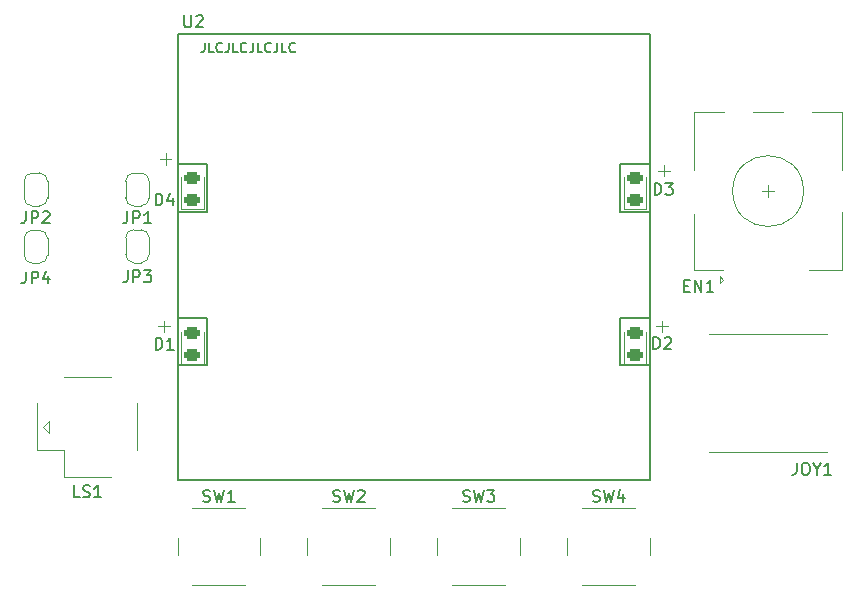
<source format=gbr>
%TF.GenerationSoftware,KiCad,Pcbnew,5.99.0-unknown-71ab42e60~106~ubuntu18.04.1*%
%TF.CreationDate,2021-01-06T07:49:34+01:00*%
%TF.ProjectId,tosta,746f7374-612e-46b6-9963-61645f706362,A*%
%TF.SameCoordinates,Original*%
%TF.FileFunction,Legend,Top*%
%TF.FilePolarity,Positive*%
%FSLAX46Y46*%
G04 Gerber Fmt 4.6, Leading zero omitted, Abs format (unit mm)*
G04 Created by KiCad (PCBNEW 5.99.0-unknown-71ab42e60~106~ubuntu18.04.1) date 2021-01-06 07:49:34*
%MOMM*%
%LPD*%
G01*
G04 APERTURE LIST*
G04 Aperture macros list*
%AMRoundRect*
0 Rectangle with rounded corners*
0 $1 Rounding radius*
0 $2 $3 $4 $5 $6 $7 $8 $9 X,Y pos of 4 corners*
0 Add a 4 corners polygon primitive as box body*
4,1,4,$2,$3,$4,$5,$6,$7,$8,$9,$2,$3,0*
0 Add four circle primitives for the rounded corners*
1,1,$1+$1,$2,$3,0*
1,1,$1+$1,$4,$5,0*
1,1,$1+$1,$6,$7,0*
1,1,$1+$1,$8,$9,0*
0 Add four rect primitives between the rounded corners*
20,1,$1+$1,$2,$3,$4,$5,0*
20,1,$1+$1,$4,$5,$6,$7,0*
20,1,$1+$1,$6,$7,$8,$9,0*
20,1,$1+$1,$8,$9,$2,$3,0*%
G04 Aperture macros list end*
%ADD10C,0.120000*%
%ADD11C,0.150000*%
%ADD12R,0.600000X3.000000*%
%ADD13RoundRect,0.243750X0.456250X-0.243750X0.456250X0.243750X-0.456250X0.243750X-0.456250X-0.243750X0*%
%ADD14C,2.000000*%
%ADD15R,2.000000X2.000000*%
%ADD16R,2.500000X3.000000*%
%ADD17O,5.000000X3.200000*%
%ADD18C,1.800000*%
%ADD19R,1.727200X1.727200*%
%ADD20O,1.727200X1.727200*%
%ADD21R,1.700000X1.700000*%
%ADD22O,1.700000X1.700000*%
G04 APERTURE END LIST*
D10*
X103160000Y-61460000D02*
X104160000Y-61460000D01*
X61360000Y-74160000D02*
X61360000Y-75160000D01*
X102960000Y-74660000D02*
X103960000Y-74660000D01*
X103460000Y-74160000D02*
X103460000Y-75160000D01*
X103660000Y-60960000D02*
X103660000Y-61960000D01*
X60860000Y-74660000D02*
X61860000Y-74660000D01*
X60960000Y-60460000D02*
X61960000Y-60460000D01*
X61460000Y-59960000D02*
X61460000Y-60960000D01*
D11*
X64764761Y-50621904D02*
X64764761Y-51193333D01*
X64726666Y-51307619D01*
X64650476Y-51383809D01*
X64536190Y-51421904D01*
X64460000Y-51421904D01*
X65526666Y-51421904D02*
X65145714Y-51421904D01*
X65145714Y-50621904D01*
X66250476Y-51345714D02*
X66212380Y-51383809D01*
X66098095Y-51421904D01*
X66021904Y-51421904D01*
X65907619Y-51383809D01*
X65831428Y-51307619D01*
X65793333Y-51231428D01*
X65755238Y-51079047D01*
X65755238Y-50964761D01*
X65793333Y-50812380D01*
X65831428Y-50736190D01*
X65907619Y-50660000D01*
X66021904Y-50621904D01*
X66098095Y-50621904D01*
X66212380Y-50660000D01*
X66250476Y-50698095D01*
X66821904Y-50621904D02*
X66821904Y-51193333D01*
X66783809Y-51307619D01*
X66707619Y-51383809D01*
X66593333Y-51421904D01*
X66517142Y-51421904D01*
X67583809Y-51421904D02*
X67202857Y-51421904D01*
X67202857Y-50621904D01*
X68307619Y-51345714D02*
X68269523Y-51383809D01*
X68155238Y-51421904D01*
X68079047Y-51421904D01*
X67964761Y-51383809D01*
X67888571Y-51307619D01*
X67850476Y-51231428D01*
X67812380Y-51079047D01*
X67812380Y-50964761D01*
X67850476Y-50812380D01*
X67888571Y-50736190D01*
X67964761Y-50660000D01*
X68079047Y-50621904D01*
X68155238Y-50621904D01*
X68269523Y-50660000D01*
X68307619Y-50698095D01*
X68879047Y-50621904D02*
X68879047Y-51193333D01*
X68840952Y-51307619D01*
X68764761Y-51383809D01*
X68650476Y-51421904D01*
X68574285Y-51421904D01*
X69640952Y-51421904D02*
X69260000Y-51421904D01*
X69260000Y-50621904D01*
X70364761Y-51345714D02*
X70326666Y-51383809D01*
X70212380Y-51421904D01*
X70136190Y-51421904D01*
X70021904Y-51383809D01*
X69945714Y-51307619D01*
X69907619Y-51231428D01*
X69869523Y-51079047D01*
X69869523Y-50964761D01*
X69907619Y-50812380D01*
X69945714Y-50736190D01*
X70021904Y-50660000D01*
X70136190Y-50621904D01*
X70212380Y-50621904D01*
X70326666Y-50660000D01*
X70364761Y-50698095D01*
X70936190Y-50621904D02*
X70936190Y-51193333D01*
X70898095Y-51307619D01*
X70821904Y-51383809D01*
X70707619Y-51421904D01*
X70631428Y-51421904D01*
X71698095Y-51421904D02*
X71317142Y-51421904D01*
X71317142Y-50621904D01*
X72421904Y-51345714D02*
X72383809Y-51383809D01*
X72269523Y-51421904D01*
X72193333Y-51421904D01*
X72079047Y-51383809D01*
X72002857Y-51307619D01*
X71964761Y-51231428D01*
X71926666Y-51079047D01*
X71926666Y-50964761D01*
X71964761Y-50812380D01*
X72002857Y-50736190D01*
X72079047Y-50660000D01*
X72193333Y-50621904D01*
X72269523Y-50621904D01*
X72383809Y-50660000D01*
X72421904Y-50698095D01*
X63048095Y-48312380D02*
X63048095Y-49121904D01*
X63095714Y-49217142D01*
X63143333Y-49264761D01*
X63238571Y-49312380D01*
X63429047Y-49312380D01*
X63524285Y-49264761D01*
X63571904Y-49217142D01*
X63619523Y-49121904D01*
X63619523Y-48312380D01*
X64048095Y-48407619D02*
X64095714Y-48360000D01*
X64190952Y-48312380D01*
X64429047Y-48312380D01*
X64524285Y-48360000D01*
X64571904Y-48407619D01*
X64619523Y-48502857D01*
X64619523Y-48598095D01*
X64571904Y-48740952D01*
X64000476Y-49312380D01*
X64619523Y-49312380D01*
X102871904Y-63512380D02*
X102871904Y-62512380D01*
X103110000Y-62512380D01*
X103252857Y-62560000D01*
X103348095Y-62655238D01*
X103395714Y-62750476D01*
X103443333Y-62940952D01*
X103443333Y-63083809D01*
X103395714Y-63274285D01*
X103348095Y-63369523D01*
X103252857Y-63464761D01*
X103110000Y-63512380D01*
X102871904Y-63512380D01*
X103776666Y-62512380D02*
X104395714Y-62512380D01*
X104062380Y-62893333D01*
X104205238Y-62893333D01*
X104300476Y-62940952D01*
X104348095Y-62988571D01*
X104395714Y-63083809D01*
X104395714Y-63321904D01*
X104348095Y-63417142D01*
X104300476Y-63464761D01*
X104205238Y-63512380D01*
X103919523Y-63512380D01*
X103824285Y-63464761D01*
X103776666Y-63417142D01*
X102771904Y-76562380D02*
X102771904Y-75562380D01*
X103010000Y-75562380D01*
X103152857Y-75610000D01*
X103248095Y-75705238D01*
X103295714Y-75800476D01*
X103343333Y-75990952D01*
X103343333Y-76133809D01*
X103295714Y-76324285D01*
X103248095Y-76419523D01*
X103152857Y-76514761D01*
X103010000Y-76562380D01*
X102771904Y-76562380D01*
X103724285Y-75657619D02*
X103771904Y-75610000D01*
X103867142Y-75562380D01*
X104105238Y-75562380D01*
X104200476Y-75610000D01*
X104248095Y-75657619D01*
X104295714Y-75752857D01*
X104295714Y-75848095D01*
X104248095Y-75990952D01*
X103676666Y-76562380D01*
X104295714Y-76562380D01*
X60621904Y-76612380D02*
X60621904Y-75612380D01*
X60860000Y-75612380D01*
X61002857Y-75660000D01*
X61098095Y-75755238D01*
X61145714Y-75850476D01*
X61193333Y-76040952D01*
X61193333Y-76183809D01*
X61145714Y-76374285D01*
X61098095Y-76469523D01*
X61002857Y-76564761D01*
X60860000Y-76612380D01*
X60621904Y-76612380D01*
X62145714Y-76612380D02*
X61574285Y-76612380D01*
X61860000Y-76612380D02*
X61860000Y-75612380D01*
X61764761Y-75755238D01*
X61669523Y-75850476D01*
X61574285Y-75898095D01*
X60621904Y-64412380D02*
X60621904Y-63412380D01*
X60860000Y-63412380D01*
X61002857Y-63460000D01*
X61098095Y-63555238D01*
X61145714Y-63650476D01*
X61193333Y-63840952D01*
X61193333Y-63983809D01*
X61145714Y-64174285D01*
X61098095Y-64269523D01*
X61002857Y-64364761D01*
X60860000Y-64412380D01*
X60621904Y-64412380D01*
X62050476Y-63745714D02*
X62050476Y-64412380D01*
X61812380Y-63364761D02*
X61574285Y-64079047D01*
X62193333Y-64079047D01*
X64640530Y-89454761D02*
X64783387Y-89502380D01*
X65021483Y-89502380D01*
X65116721Y-89454761D01*
X65164340Y-89407142D01*
X65211959Y-89311904D01*
X65211959Y-89216666D01*
X65164340Y-89121428D01*
X65116721Y-89073809D01*
X65021483Y-89026190D01*
X64831006Y-88978571D01*
X64735768Y-88930952D01*
X64688149Y-88883333D01*
X64640530Y-88788095D01*
X64640530Y-88692857D01*
X64688149Y-88597619D01*
X64735768Y-88550000D01*
X64831006Y-88502380D01*
X65069102Y-88502380D01*
X65211959Y-88550000D01*
X65545292Y-88502380D02*
X65783387Y-89502380D01*
X65973864Y-88788095D01*
X66164340Y-89502380D01*
X66402435Y-88502380D01*
X67307197Y-89502380D02*
X66735768Y-89502380D01*
X67021483Y-89502380D02*
X67021483Y-88502380D01*
X66926244Y-88645238D01*
X66831006Y-88740476D01*
X66735768Y-88788095D01*
X86640530Y-89454761D02*
X86783387Y-89502380D01*
X87021483Y-89502380D01*
X87116721Y-89454761D01*
X87164340Y-89407142D01*
X87211959Y-89311904D01*
X87211959Y-89216666D01*
X87164340Y-89121428D01*
X87116721Y-89073809D01*
X87021483Y-89026190D01*
X86831006Y-88978571D01*
X86735768Y-88930952D01*
X86688149Y-88883333D01*
X86640530Y-88788095D01*
X86640530Y-88692857D01*
X86688149Y-88597619D01*
X86735768Y-88550000D01*
X86831006Y-88502380D01*
X87069102Y-88502380D01*
X87211959Y-88550000D01*
X87545292Y-88502380D02*
X87783387Y-89502380D01*
X87973864Y-88788095D01*
X88164340Y-89502380D01*
X88402435Y-88502380D01*
X88688149Y-88502380D02*
X89307197Y-88502380D01*
X88973864Y-88883333D01*
X89116721Y-88883333D01*
X89211959Y-88930952D01*
X89259578Y-88978571D01*
X89307197Y-89073809D01*
X89307197Y-89311904D01*
X89259578Y-89407142D01*
X89211959Y-89454761D01*
X89116721Y-89502380D01*
X88831006Y-89502380D01*
X88735768Y-89454761D01*
X88688149Y-89407142D01*
X97640530Y-89454761D02*
X97783387Y-89502380D01*
X98021483Y-89502380D01*
X98116721Y-89454761D01*
X98164340Y-89407142D01*
X98211959Y-89311904D01*
X98211959Y-89216666D01*
X98164340Y-89121428D01*
X98116721Y-89073809D01*
X98021483Y-89026190D01*
X97831006Y-88978571D01*
X97735768Y-88930952D01*
X97688149Y-88883333D01*
X97640530Y-88788095D01*
X97640530Y-88692857D01*
X97688149Y-88597619D01*
X97735768Y-88550000D01*
X97831006Y-88502380D01*
X98069102Y-88502380D01*
X98211959Y-88550000D01*
X98545292Y-88502380D02*
X98783387Y-89502380D01*
X98973864Y-88788095D01*
X99164340Y-89502380D01*
X99402435Y-88502380D01*
X100211959Y-88835714D02*
X100211959Y-89502380D01*
X99973864Y-88454761D02*
X99735768Y-89169047D01*
X100354816Y-89169047D01*
X75640530Y-89454761D02*
X75783387Y-89502380D01*
X76021483Y-89502380D01*
X76116721Y-89454761D01*
X76164340Y-89407142D01*
X76211959Y-89311904D01*
X76211959Y-89216666D01*
X76164340Y-89121428D01*
X76116721Y-89073809D01*
X76021483Y-89026190D01*
X75831006Y-88978571D01*
X75735768Y-88930952D01*
X75688149Y-88883333D01*
X75640530Y-88788095D01*
X75640530Y-88692857D01*
X75688149Y-88597619D01*
X75735768Y-88550000D01*
X75831006Y-88502380D01*
X76069102Y-88502380D01*
X76211959Y-88550000D01*
X76545292Y-88502380D02*
X76783387Y-89502380D01*
X76973864Y-88788095D01*
X77164340Y-89502380D01*
X77402435Y-88502380D01*
X77735768Y-88597619D02*
X77783387Y-88550000D01*
X77878625Y-88502380D01*
X78116721Y-88502380D01*
X78211959Y-88550000D01*
X78259578Y-88597619D01*
X78307197Y-88692857D01*
X78307197Y-88788095D01*
X78259578Y-88930952D01*
X77688149Y-89502380D01*
X78307197Y-89502380D01*
X105359578Y-71200673D02*
X105692911Y-71200673D01*
X105835768Y-71724482D02*
X105359578Y-71724482D01*
X105359578Y-70724482D01*
X105835768Y-70724482D01*
X106264340Y-71724482D02*
X106264340Y-70724482D01*
X106835768Y-71724482D01*
X106835768Y-70724482D01*
X107835768Y-71724482D02*
X107264340Y-71724482D01*
X107550054Y-71724482D02*
X107550054Y-70724482D01*
X107454816Y-70867340D01*
X107359578Y-70962578D01*
X107264340Y-71010197D01*
X54181006Y-89112380D02*
X53704816Y-89112380D01*
X53704816Y-88112380D01*
X54466721Y-89064761D02*
X54609578Y-89112380D01*
X54847673Y-89112380D01*
X54942911Y-89064761D01*
X54990530Y-89017142D01*
X55038149Y-88921904D01*
X55038149Y-88826666D01*
X54990530Y-88731428D01*
X54942911Y-88683809D01*
X54847673Y-88636190D01*
X54657197Y-88588571D01*
X54561959Y-88540952D01*
X54514340Y-88493333D01*
X54466721Y-88398095D01*
X54466721Y-88302857D01*
X54514340Y-88207619D01*
X54561959Y-88160000D01*
X54657197Y-88112380D01*
X54895292Y-88112380D01*
X55038149Y-88160000D01*
X55990530Y-89112380D02*
X55419102Y-89112380D01*
X55704816Y-89112380D02*
X55704816Y-88112380D01*
X55609578Y-88255238D01*
X55514340Y-88350476D01*
X55419102Y-88398095D01*
X58230530Y-64912380D02*
X58230530Y-65626666D01*
X58182911Y-65769523D01*
X58087673Y-65864761D01*
X57944816Y-65912380D01*
X57849578Y-65912380D01*
X58706721Y-65912380D02*
X58706721Y-64912380D01*
X59087673Y-64912380D01*
X59182911Y-64960000D01*
X59230530Y-65007619D01*
X59278149Y-65102857D01*
X59278149Y-65245714D01*
X59230530Y-65340952D01*
X59182911Y-65388571D01*
X59087673Y-65436190D01*
X58706721Y-65436190D01*
X60230530Y-65912380D02*
X59659102Y-65912380D01*
X59944816Y-65912380D02*
X59944816Y-64912380D01*
X59849578Y-65055238D01*
X59754340Y-65150476D01*
X59659102Y-65198095D01*
X114888149Y-86212380D02*
X114888149Y-86926666D01*
X114840530Y-87069523D01*
X114745292Y-87164761D01*
X114602435Y-87212380D01*
X114507197Y-87212380D01*
X115554816Y-86212380D02*
X115745292Y-86212380D01*
X115840530Y-86260000D01*
X115935768Y-86355238D01*
X115983387Y-86545714D01*
X115983387Y-86879047D01*
X115935768Y-87069523D01*
X115840530Y-87164761D01*
X115745292Y-87212380D01*
X115554816Y-87212380D01*
X115459578Y-87164761D01*
X115364340Y-87069523D01*
X115316721Y-86879047D01*
X115316721Y-86545714D01*
X115364340Y-86355238D01*
X115459578Y-86260000D01*
X115554816Y-86212380D01*
X116602435Y-86736190D02*
X116602435Y-87212380D01*
X116269102Y-86212380D02*
X116602435Y-86736190D01*
X116935768Y-86212380D01*
X117792911Y-87212380D02*
X117221483Y-87212380D01*
X117507197Y-87212380D02*
X117507197Y-86212380D01*
X117411959Y-86355238D01*
X117316721Y-86450476D01*
X117221483Y-86498095D01*
X58240530Y-69912380D02*
X58240530Y-70626666D01*
X58192911Y-70769523D01*
X58097673Y-70864761D01*
X57954816Y-70912380D01*
X57859578Y-70912380D01*
X58716721Y-70912380D02*
X58716721Y-69912380D01*
X59097673Y-69912380D01*
X59192911Y-69960000D01*
X59240530Y-70007619D01*
X59288149Y-70102857D01*
X59288149Y-70245714D01*
X59240530Y-70340952D01*
X59192911Y-70388571D01*
X59097673Y-70436190D01*
X58716721Y-70436190D01*
X59621483Y-69912380D02*
X60240530Y-69912380D01*
X59907197Y-70293333D01*
X60050054Y-70293333D01*
X60145292Y-70340952D01*
X60192911Y-70388571D01*
X60240530Y-70483809D01*
X60240530Y-70721904D01*
X60192911Y-70817142D01*
X60145292Y-70864761D01*
X60050054Y-70912380D01*
X59764340Y-70912380D01*
X59669102Y-70864761D01*
X59621483Y-70817142D01*
X49640530Y-64912380D02*
X49640530Y-65626666D01*
X49592911Y-65769523D01*
X49497673Y-65864761D01*
X49354816Y-65912380D01*
X49259578Y-65912380D01*
X50116721Y-65912380D02*
X50116721Y-64912380D01*
X50497673Y-64912380D01*
X50592911Y-64960000D01*
X50640530Y-65007619D01*
X50688149Y-65102857D01*
X50688149Y-65245714D01*
X50640530Y-65340952D01*
X50592911Y-65388571D01*
X50497673Y-65436190D01*
X50116721Y-65436190D01*
X51069102Y-65007619D02*
X51116721Y-64960000D01*
X51211959Y-64912380D01*
X51450054Y-64912380D01*
X51545292Y-64960000D01*
X51592911Y-65007619D01*
X51640530Y-65102857D01*
X51640530Y-65198095D01*
X51592911Y-65340952D01*
X51021483Y-65912380D01*
X51640530Y-65912380D01*
X49640530Y-70012380D02*
X49640530Y-70726666D01*
X49592911Y-70869523D01*
X49497673Y-70964761D01*
X49354816Y-71012380D01*
X49259578Y-71012380D01*
X50116721Y-71012380D02*
X50116721Y-70012380D01*
X50497673Y-70012380D01*
X50592911Y-70060000D01*
X50640530Y-70107619D01*
X50688149Y-70202857D01*
X50688149Y-70345714D01*
X50640530Y-70440952D01*
X50592911Y-70488571D01*
X50497673Y-70536190D01*
X50116721Y-70536190D01*
X51545292Y-70345714D02*
X51545292Y-71012380D01*
X51307197Y-69964761D02*
X51069102Y-70679047D01*
X51688149Y-70679047D01*
X64973864Y-77940000D02*
X62473864Y-77940000D01*
X99973864Y-73940000D02*
X99973864Y-77940000D01*
X62473864Y-49940000D02*
X102473864Y-49940000D01*
X62473864Y-60940000D02*
X64973864Y-60940000D01*
X64973864Y-60940000D02*
X64973864Y-64940000D01*
X62473864Y-49940000D02*
X62473864Y-87690000D01*
X99973864Y-77940000D02*
X102473864Y-77940000D01*
X102473864Y-73940000D02*
X99973864Y-73940000D01*
X99973864Y-60940000D02*
X99973864Y-64940000D01*
X102473864Y-49940000D02*
X102473864Y-87690000D01*
X102473864Y-60940000D02*
X99973864Y-60940000D01*
X64973864Y-64940000D02*
X62473864Y-64940000D01*
X64973864Y-73940000D02*
X64973864Y-77940000D01*
X102473864Y-87690000D02*
X62473864Y-87690000D01*
X62473864Y-73940000D02*
X64973864Y-73940000D01*
X99973864Y-64940000D02*
X102473864Y-64940000D01*
D10*
X102173864Y-64714500D02*
X102173864Y-62029500D01*
X100253864Y-62029500D02*
X100253864Y-64714500D01*
X100253864Y-64714500D02*
X102173864Y-64714500D01*
X100253864Y-75129500D02*
X100253864Y-77814500D01*
X100253864Y-77814500D02*
X102173864Y-77814500D01*
X102173864Y-77814500D02*
X102173864Y-75129500D01*
X62753864Y-77814500D02*
X64673864Y-77814500D01*
X64673864Y-77814500D02*
X64673864Y-75129500D01*
X62753864Y-75129500D02*
X62753864Y-77814500D01*
X62753864Y-64714500D02*
X64673864Y-64714500D01*
X64673864Y-64714500D02*
X64673864Y-62029500D01*
X62753864Y-62029500D02*
X62753864Y-64714500D01*
X62473864Y-92550000D02*
X62473864Y-94050000D01*
X63723864Y-96550000D02*
X68223864Y-96550000D01*
X69473864Y-94050000D02*
X69473864Y-92550000D01*
X68223864Y-90050000D02*
X63723864Y-90050000D01*
X85723864Y-96550000D02*
X90223864Y-96550000D01*
X91473864Y-94050000D02*
X91473864Y-92550000D01*
X84473864Y-92550000D02*
X84473864Y-94050000D01*
X90223864Y-90050000D02*
X85723864Y-90050000D01*
X102473864Y-94050000D02*
X102473864Y-92550000D01*
X101223864Y-90050000D02*
X96723864Y-90050000D01*
X96723864Y-96550000D02*
X101223864Y-96550000D01*
X95473864Y-92550000D02*
X95473864Y-94050000D01*
X80473864Y-94050000D02*
X80473864Y-92550000D01*
X73473864Y-92550000D02*
X73473864Y-94050000D01*
X79223864Y-90050000D02*
X74723864Y-90050000D01*
X74723864Y-96550000D02*
X79223864Y-96550000D01*
X116173864Y-56502102D02*
X118773864Y-56502102D01*
X118773864Y-65002102D02*
X118773864Y-69902102D01*
X106173864Y-61402102D02*
X106173864Y-56502102D01*
X112473864Y-63702102D02*
X112473864Y-62702102D01*
X108373864Y-71002102D02*
X108373864Y-70402102D01*
X118773864Y-56502102D02*
X118773864Y-61402102D01*
X111173864Y-56502102D02*
X113773864Y-56502102D01*
X118773864Y-69902102D02*
X115973864Y-69902102D01*
X106173864Y-56502102D02*
X108773864Y-56502102D01*
X111973864Y-63202102D02*
X112973864Y-63202102D01*
X106173864Y-69902102D02*
X108673864Y-69902102D01*
X106173864Y-65102102D02*
X106173864Y-69902102D01*
X108373864Y-70402102D02*
X108673864Y-70702102D01*
X108673864Y-70702102D02*
X108373864Y-71002102D01*
X115473864Y-63202102D02*
G75*
G03*
X115473864Y-63202102I-3000000J0D01*
G01*
X52823864Y-78910000D02*
X56823864Y-78910000D01*
X51073864Y-83160000D02*
X51573864Y-82660000D01*
X51573864Y-82660000D02*
X51573864Y-83660000D01*
X50573864Y-85160000D02*
X50573864Y-81160000D01*
X52823864Y-85160000D02*
X52823864Y-87410000D01*
X51573864Y-83660000D02*
X51073864Y-83160000D01*
X59073864Y-81160000D02*
X59073864Y-85160000D01*
X56823864Y-87410000D02*
X52823864Y-87410000D01*
X50573864Y-85160000D02*
X52823864Y-85160000D01*
X58773864Y-61660000D02*
X59373864Y-61660000D01*
X60073864Y-62360000D02*
X60073864Y-63760000D01*
X59373864Y-64460000D02*
X58773864Y-64460000D01*
X58073864Y-63760000D02*
X58073864Y-62360000D01*
X58773864Y-64460000D02*
G75*
G02*
X58073864Y-63760000I0J700000D01*
G01*
X59373864Y-61660000D02*
G75*
G02*
X60073864Y-62360000I0J-700000D01*
G01*
X58073864Y-62360000D02*
G75*
G02*
X58773864Y-61660000I700000J0D01*
G01*
X60073864Y-63760000D02*
G75*
G02*
X59373864Y-64460000I-700000J0D01*
G01*
X107473864Y-85260000D02*
X117473864Y-85260000D01*
X107473864Y-75260000D02*
X117473864Y-75260000D01*
X58773864Y-66460000D02*
X59373864Y-66460000D01*
X60073864Y-67160000D02*
X60073864Y-68560000D01*
X58073864Y-68560000D02*
X58073864Y-67160000D01*
X59373864Y-69260000D02*
X58773864Y-69260000D01*
X59373864Y-66460000D02*
G75*
G02*
X60073864Y-67160000I0J-700000D01*
G01*
X60073864Y-68560000D02*
G75*
G02*
X59373864Y-69260000I-700000J0D01*
G01*
X58073864Y-67160000D02*
G75*
G02*
X58773864Y-66460000I700000J0D01*
G01*
X58773864Y-69260000D02*
G75*
G02*
X58073864Y-68560000I0J700000D01*
G01*
X50173864Y-61660000D02*
X50773864Y-61660000D01*
X49473864Y-63760000D02*
X49473864Y-62360000D01*
X50773864Y-64460000D02*
X50173864Y-64460000D01*
X51473864Y-62360000D02*
X51473864Y-63760000D01*
X50173864Y-64460000D02*
G75*
G02*
X49473864Y-63760000I0J700000D01*
G01*
X50773864Y-61660000D02*
G75*
G02*
X51473864Y-62360000I0J-700000D01*
G01*
X49473864Y-62360000D02*
G75*
G02*
X50173864Y-61660000I700000J0D01*
G01*
X51473864Y-63760000D02*
G75*
G02*
X50773864Y-64460000I-700000J0D01*
G01*
X51473864Y-67210000D02*
X51473864Y-68610000D01*
X49473864Y-68610000D02*
X49473864Y-67210000D01*
X50173864Y-66510000D02*
X50773864Y-66510000D01*
X50773864Y-69310000D02*
X50173864Y-69310000D01*
X50773864Y-66510000D02*
G75*
G02*
X51473864Y-67210000I0J-700000D01*
G01*
X49473864Y-67210000D02*
G75*
G02*
X50173864Y-66510000I700000J0D01*
G01*
X51473864Y-68610000D02*
G75*
G02*
X50773864Y-69310000I-700000J0D01*
G01*
X50173864Y-69310000D02*
G75*
G02*
X49473864Y-68610000I0J700000D01*
G01*
%LPC*%
D12*
X78473864Y-52440000D03*
X79473864Y-52440000D03*
X80473864Y-52440000D03*
X81473864Y-52440000D03*
X82473864Y-52440000D03*
X83473864Y-52440000D03*
X84473864Y-52440000D03*
X85473864Y-52440000D03*
X86473864Y-52440000D03*
D13*
X101213864Y-63967000D03*
X101213864Y-62092000D03*
X101213864Y-77067000D03*
X101213864Y-75192000D03*
X63713864Y-77067000D03*
X63713864Y-75192000D03*
X63713864Y-63967000D03*
X63713864Y-62092000D03*
D14*
X69223864Y-91050000D03*
X62723864Y-91050000D03*
X69223864Y-95550000D03*
X62723864Y-95550000D03*
X91223864Y-91050000D03*
X84723864Y-91050000D03*
X91223864Y-95550000D03*
X84723864Y-95550000D03*
X102223864Y-91050000D03*
X95723864Y-91050000D03*
X102223864Y-95550000D03*
X95723864Y-95550000D03*
X80223864Y-91050000D03*
X73723864Y-91050000D03*
X80223864Y-95550000D03*
X73723864Y-95550000D03*
D15*
X109973864Y-70702102D03*
D14*
X114973864Y-70702102D03*
X112473864Y-70702102D03*
D16*
X106873864Y-63202102D03*
X118073864Y-63202102D03*
D14*
X109973864Y-56202102D03*
X114973864Y-56202102D03*
D15*
X51323864Y-86660000D03*
X51323864Y-79660000D03*
X58323864Y-86660000D03*
X58323864Y-79660000D03*
D17*
X116040000Y-94450000D03*
G36*
X59823864Y-63210001D02*
G01*
X59823864Y-63710000D01*
X59818897Y-63710000D01*
X59817432Y-63789941D01*
X59775157Y-63925256D01*
X59696602Y-64043266D01*
X59588083Y-64134486D01*
X59458323Y-64191581D01*
X59323863Y-64209164D01*
X59323863Y-64210000D01*
X58823864Y-64210000D01*
X58823864Y-64209164D01*
X58817755Y-64209963D01*
X58677678Y-64188152D01*
X58549353Y-64127903D01*
X58443095Y-64034059D01*
X58367447Y-63914164D01*
X58328490Y-63777857D01*
X58328905Y-63710000D01*
X58323864Y-63710000D01*
X58323864Y-63210000D01*
X59823864Y-63210001D01*
G37*
G36*
X58328905Y-62410000D02*
G01*
X58329356Y-62336095D01*
X58369975Y-62200274D01*
X58447082Y-62081312D01*
X58554479Y-61988774D01*
X58683532Y-61930097D01*
X58823865Y-61910000D01*
X59323864Y-61910000D01*
X59336080Y-61910149D01*
X59475881Y-61933669D01*
X59603460Y-61995482D01*
X59708564Y-62090617D01*
X59782741Y-62211427D01*
X59820030Y-62348200D01*
X59818897Y-62410000D01*
X59823864Y-62410000D01*
X59823864Y-62910000D01*
X58323864Y-62909999D01*
X58323864Y-62410000D01*
X58328905Y-62410000D01*
G37*
D14*
X107323864Y-77010000D03*
D18*
X107323864Y-80710000D03*
D14*
X117623864Y-77010000D03*
X107323864Y-83510000D03*
D18*
X117623864Y-80710000D03*
D14*
X117623864Y-83510000D03*
G36*
X59823864Y-68010001D02*
G01*
X59823864Y-68510000D01*
X59818897Y-68510000D01*
X59817432Y-68589941D01*
X59775157Y-68725256D01*
X59696602Y-68843266D01*
X59588083Y-68934486D01*
X59458323Y-68991581D01*
X59323863Y-69009164D01*
X59323863Y-69010000D01*
X58823864Y-69010000D01*
X58823864Y-69009164D01*
X58817755Y-69009963D01*
X58677678Y-68988152D01*
X58549353Y-68927903D01*
X58443095Y-68834059D01*
X58367447Y-68714164D01*
X58328490Y-68577857D01*
X58328905Y-68510000D01*
X58323864Y-68510000D01*
X58323864Y-68010000D01*
X59823864Y-68010001D01*
G37*
G36*
X58328905Y-67210000D02*
G01*
X58329356Y-67136095D01*
X58369975Y-67000274D01*
X58447082Y-66881312D01*
X58554479Y-66788774D01*
X58683532Y-66730097D01*
X58823865Y-66710000D01*
X59323864Y-66710000D01*
X59336080Y-66710149D01*
X59475881Y-66733669D01*
X59603460Y-66795482D01*
X59708564Y-66890617D01*
X59782741Y-67011427D01*
X59820030Y-67148200D01*
X59818897Y-67210000D01*
X59823864Y-67210000D01*
X59823864Y-67710000D01*
X58323864Y-67709999D01*
X58323864Y-67210000D01*
X58328905Y-67210000D01*
G37*
D17*
X116040000Y-51270000D03*
G36*
X51223864Y-63210001D02*
G01*
X51223864Y-63710000D01*
X51218897Y-63710000D01*
X51217432Y-63789941D01*
X51175157Y-63925256D01*
X51096602Y-64043266D01*
X50988083Y-64134486D01*
X50858323Y-64191581D01*
X50723863Y-64209164D01*
X50723863Y-64210000D01*
X50223864Y-64210000D01*
X50223864Y-64209164D01*
X50217755Y-64209963D01*
X50077678Y-64188152D01*
X49949353Y-64127903D01*
X49843095Y-64034059D01*
X49767447Y-63914164D01*
X49728490Y-63777857D01*
X49728905Y-63710000D01*
X49723864Y-63710000D01*
X49723864Y-63210000D01*
X51223864Y-63210001D01*
G37*
G36*
X49728905Y-62410000D02*
G01*
X49729356Y-62336095D01*
X49769975Y-62200274D01*
X49847082Y-62081312D01*
X49954479Y-61988774D01*
X50083532Y-61930097D01*
X50223865Y-61910000D01*
X50723864Y-61910000D01*
X50736080Y-61910149D01*
X50875881Y-61933669D01*
X51003460Y-61995482D01*
X51108564Y-62090617D01*
X51182741Y-62211427D01*
X51220030Y-62348200D01*
X51218897Y-62410000D01*
X51223864Y-62410000D01*
X51223864Y-62910000D01*
X49723864Y-62909999D01*
X49723864Y-62410000D01*
X49728905Y-62410000D01*
G37*
X52540000Y-51270000D03*
G36*
X51223864Y-68060001D02*
G01*
X51223864Y-68560000D01*
X51218897Y-68560000D01*
X51217432Y-68639941D01*
X51175157Y-68775256D01*
X51096602Y-68893266D01*
X50988083Y-68984486D01*
X50858323Y-69041581D01*
X50723863Y-69059164D01*
X50723863Y-69060000D01*
X50223864Y-69060000D01*
X50223864Y-69059164D01*
X50217755Y-69059963D01*
X50077678Y-69038152D01*
X49949353Y-68977903D01*
X49843095Y-68884059D01*
X49767447Y-68764164D01*
X49728490Y-68627857D01*
X49728905Y-68560000D01*
X49723864Y-68560000D01*
X49723864Y-68060000D01*
X51223864Y-68060001D01*
G37*
G36*
X49728905Y-67260000D02*
G01*
X49729356Y-67186095D01*
X49769975Y-67050274D01*
X49847082Y-66931312D01*
X49954479Y-66838774D01*
X50083532Y-66780097D01*
X50223865Y-66760000D01*
X50723864Y-66760000D01*
X50736080Y-66760149D01*
X50875881Y-66783669D01*
X51003460Y-66845482D01*
X51108564Y-66940617D01*
X51182741Y-67061427D01*
X51220030Y-67198200D01*
X51218897Y-67260000D01*
X51223864Y-67260000D01*
X51223864Y-67760000D01*
X49723864Y-67759999D01*
X49723864Y-67260000D01*
X49728905Y-67260000D01*
G37*
X52540000Y-94450000D03*
D19*
X55924864Y-60672500D03*
D20*
X53384864Y-60672500D03*
X55924864Y-63212500D03*
X53384864Y-63212500D03*
X55924864Y-65752500D03*
X53384864Y-65752500D03*
X55924864Y-68292500D03*
X53384864Y-68292500D03*
X55924864Y-70832500D03*
X53384864Y-70832500D03*
D21*
X107473864Y-89860000D03*
D22*
X110013864Y-89860000D03*
X112553864Y-89860000D03*
X115093864Y-89860000D03*
X117633864Y-89860000D03*
M02*

</source>
